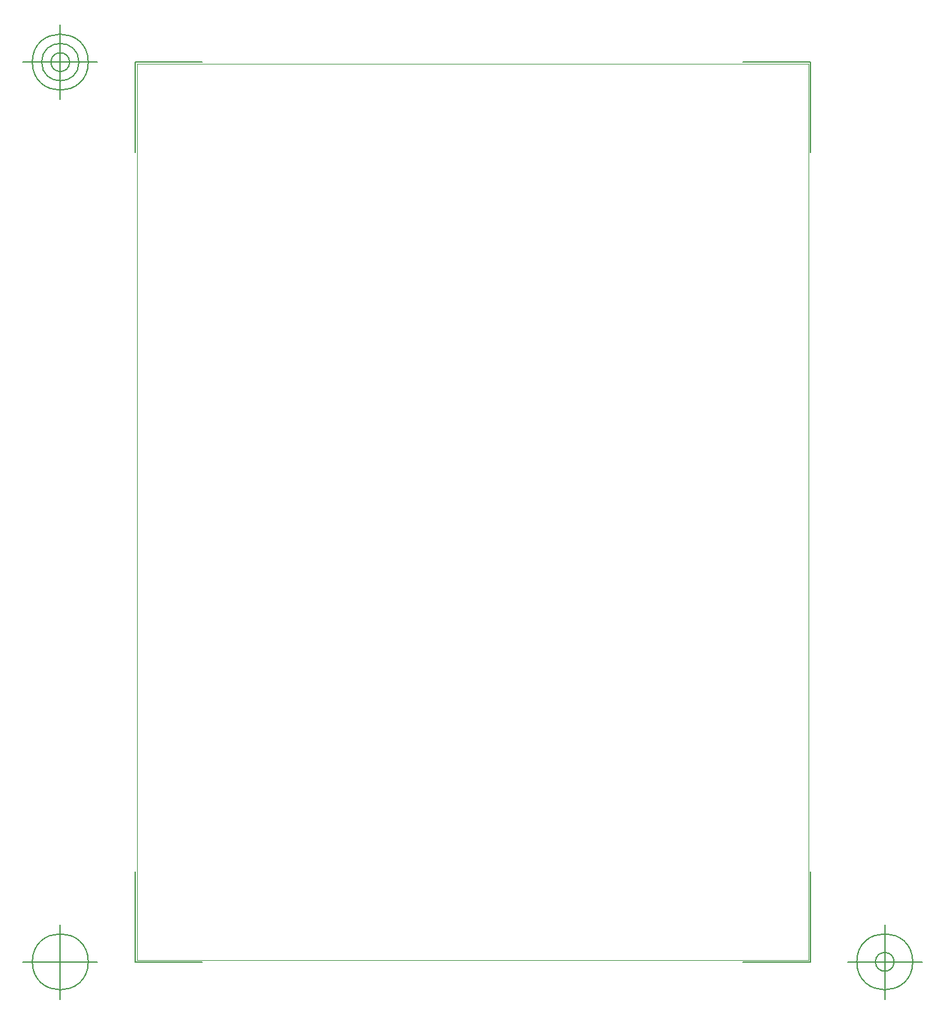
<source format=gbr>
G04 Generated by Ultiboard 14.0 *
%FSLAX33Y33*%
%MOMM*%

%ADD10C,0.001*%
%ADD11C,0.001*%
%ADD12C,0.127*%


G04 ColorRGB 00FFFF for the following layer *
%LNBoard Outline*%
%LPD*%
G54D10*
G54D11*
X-1500Y-20000D02*
X88500Y-20000D01*
X88500Y100000D01*
X-1500Y100000D01*
X-1500Y-20000D01*
G54D12*
X-1754Y-20254D02*
X-1754Y-8203D01*
X-1754Y-20254D02*
X7297Y-20254D01*
X88754Y-20254D02*
X79703Y-20254D01*
X88754Y-20254D02*
X88754Y-8203D01*
X88754Y100254D02*
X88754Y88203D01*
X88754Y100254D02*
X79703Y100254D01*
X-1754Y100254D02*
X7297Y100254D01*
X-1754Y100254D02*
X-1754Y88203D01*
X-6754Y-20254D02*
X-16754Y-20254D01*
X-11754Y-25254D02*
X-11754Y-15254D01*
X-15504Y-20254D02*
G75*
D01*
G02X-15504Y-20254I3750J0*
G01*
X93754Y-20254D02*
X103754Y-20254D01*
X98754Y-25254D02*
X98754Y-15254D01*
X95004Y-20254D02*
G75*
D01*
G02X95004Y-20254I3750J0*
G01*
X97504Y-20254D02*
G75*
D01*
G02X97504Y-20254I1250J0*
G01*
X-6754Y100254D02*
X-16754Y100254D01*
X-11754Y95254D02*
X-11754Y105254D01*
X-15504Y100254D02*
G75*
D01*
G02X-15504Y100254I3750J0*
G01*
X-14254Y100254D02*
G75*
D01*
G02X-14254Y100254I2500J0*
G01*
X-13004Y100254D02*
G75*
D01*
G02X-13004Y100254I1250J0*
G01*

M02*

</source>
